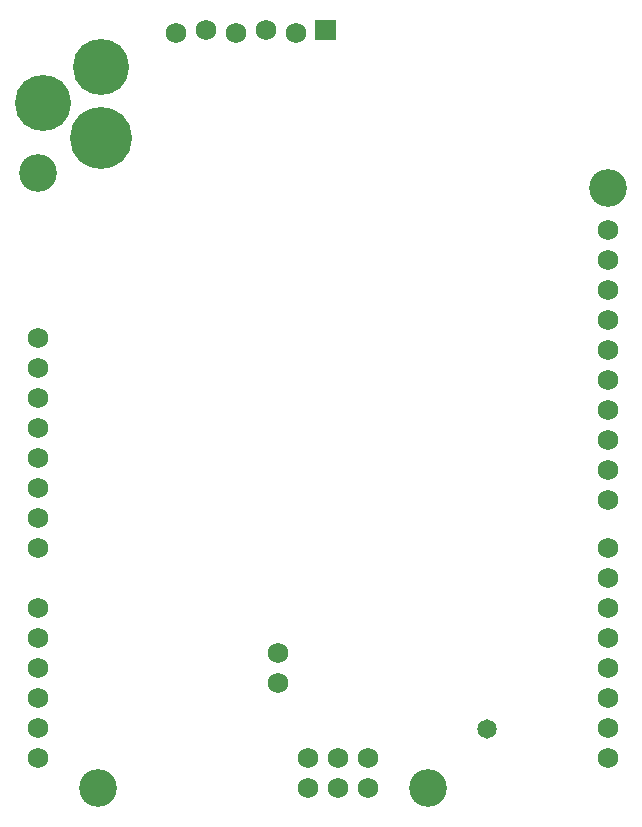
<source format=gbr>
G04 start of page 7 for group -4062 idx -4062 *
G04 Title: (unknown), soldermask *
G04 Creator: pcb 1.99z *
G04 CreationDate: Fri May 13 00:02:03 2016 UTC *
G04 For: matt *
G04 Format: Gerber/RS-274X *
G04 PCB-Dimensions (mil): 2500.00 3000.00 *
G04 PCB-Coordinate-Origin: lower left *
%MOIN*%
%FSLAX25Y25*%
%LNBOTTOMMASK*%
%ADD62C,0.1261*%
%ADD61C,0.1261*%
%ADD60C,0.0650*%
%ADD59C,0.0001*%
%ADD58C,0.2068*%
%ADD57C,0.1871*%
%ADD56C,0.0690*%
G54D56*X30000Y80000D03*
Y70000D03*
Y60000D03*
Y50000D03*
Y40000D03*
Y30000D03*
Y170000D03*
G54D57*X31709Y248492D03*
X51000Y260500D03*
G54D58*Y236878D03*
G54D56*X30000Y160000D03*
Y150000D03*
Y140000D03*
Y130000D03*
Y120000D03*
Y110000D03*
Y100000D03*
X140000Y30000D03*
Y20000D03*
X130000Y30000D03*
Y20000D03*
X120000D03*
Y30000D03*
X110000Y65000D03*
Y55000D03*
G54D59*G36*
X122338Y276284D02*Y269385D01*
X129237D01*
Y276284D01*
X122338D01*
G37*
G54D56*X115787Y271835D03*
X105787Y272835D03*
X95787Y271835D03*
X85787Y272835D03*
X75787Y271835D03*
X220000Y30000D03*
Y40000D03*
Y50000D03*
Y60000D03*
Y70000D03*
Y80000D03*
Y90000D03*
Y100000D03*
G54D60*X179740Y39886D03*
G54D56*X220000Y116000D03*
Y126000D03*
Y136000D03*
Y146000D03*
Y156000D03*
Y166000D03*
Y176000D03*
Y186000D03*
Y196000D03*
Y206000D03*
G54D61*Y220000D03*
X160000Y20000D03*
X50000D03*
G54D62*X30000Y225000D03*
M02*

</source>
